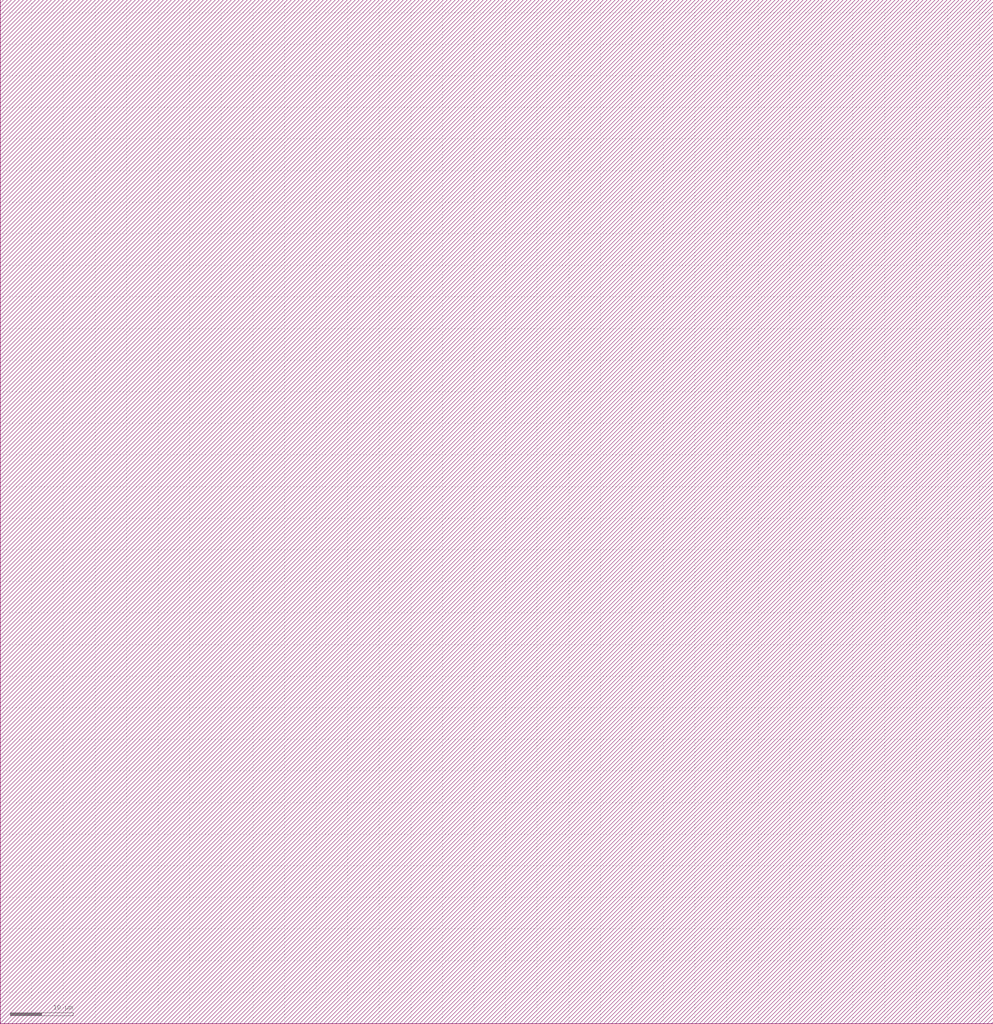
<source format=lef>
VERSION 5.6 ;

BUSBITCHARS "[]" ;

DIVIDERCHAR "/" ;

UNITS
    DATABASE MICRONS 1000 ;
END UNITS

MANUFACTURINGGRID 0.005000 ; 

CLEARANCEMEASURE EUCLIDEAN ; 

USEMINSPACING OBS ON ; 

SITE CoreSite
    CLASS CORE ;
    SIZE 0.600000 BY 0.300000 ;
END CoreSite

LAYER li
   TYPE ROUTING ;
   DIRECTION VERTICAL ;
   MINWIDTH 0.300000 ;
   AREA 0.056250 ;
   WIDTH 0.300000 ;
   SPACINGTABLE
      PARALLELRUNLENGTH 0.0
      WIDTH 0.0 0.225000 ;
   PITCH 0.600000 0.600000 ;
END li

LAYER mcon
    TYPE CUT ;
    SPACING 0.225000 ;
    WIDTH 0.300000 ;
    ENCLOSURE ABOVE 0.075000 0.075000 ;
    ENCLOSURE BELOW 0.000000 0.000000 ;
END mcon

LAYER met1
   TYPE ROUTING ;
   DIRECTION HORIZONTAL ;
   MINWIDTH 0.150000 ;
   AREA 0.084375 ;
   WIDTH 0.150000 ;
   SPACINGTABLE
      PARALLELRUNLENGTH 0.0
      WIDTH 0.0 0.150000 ;
   PITCH 0.300000 0.300000 ;
END met1

LAYER v1
    TYPE CUT ;
    SPACING 0.075000 ;
    WIDTH 0.300000 ;
    ENCLOSURE ABOVE 0.075000 0.075000 ;
    ENCLOSURE BELOW 0.075000 0.075000 ;
END v1

LAYER met2
   TYPE ROUTING ;
   DIRECTION VERTICAL ;
   MINWIDTH 0.150000 ;
   AREA 0.073125 ;
   WIDTH 0.150000 ;
   SPACINGTABLE
      PARALLELRUNLENGTH 0.0
      WIDTH 0.0 0.150000 ;
   PITCH 0.300000 0.300000 ;
END met2

LAYER v2
    TYPE CUT ;
    SPACING 0.150000 ;
    WIDTH 0.300000 ;
    ENCLOSURE ABOVE 0.075000 0.075000 ;
    ENCLOSURE BELOW 0.075000 0.000000 ;
END v2

LAYER met3
   TYPE ROUTING ;
   DIRECTION HORIZONTAL ;
   MINWIDTH 0.300000 ;
   AREA 0.241875 ;
   WIDTH 0.300000 ;
   SPACINGTABLE
      PARALLELRUNLENGTH 0.0
      WIDTH 0.0 0.300000 ;
   PITCH 0.600000 0.600000 ;
END met3

LAYER v3
    TYPE CUT ;
    SPACING 0.150000 ;
    WIDTH 0.450000 ;
    ENCLOSURE ABOVE 0.075000 0.075000 ;
    ENCLOSURE BELOW 0.075000 0.000000 ;
END v3

LAYER met4
   TYPE ROUTING ;
   DIRECTION VERTICAL ;
   MINWIDTH 0.300000 ;
   AREA 0.241875 ;
   WIDTH 0.300000 ;
   SPACINGTABLE
      PARALLELRUNLENGTH 0.0
      WIDTH 0.0 0.300000 ;
   PITCH 0.600000 0.600000 ;
END met4

LAYER v4
    TYPE CUT ;
    SPACING 0.450000 ;
    WIDTH 1.200000 ;
    ENCLOSURE ABOVE 0.150000 0.150000 ;
    ENCLOSURE BELOW 0.000000 0.000000 ;
END v4

LAYER met5
   TYPE ROUTING ;
   DIRECTION HORIZONTAL ;
   MINWIDTH 1.650000 ;
   AREA 4.005000 ;
   WIDTH 1.650000 ;
   SPACINGTABLE
      PARALLELRUNLENGTH 0.0
      WIDTH 0.0 1.650000 ;
   PITCH 3.300000 3.300000 ;
END met5

LAYER OVERLAP
   TYPE OVERLAP ;
END OVERLAP

VIA mcon_C DEFAULT
   LAYER li ;
     RECT -0.150000 -0.150000 0.150000 0.150000 ;
   LAYER mcon ;
     RECT -0.150000 -0.150000 0.150000 0.150000 ;
   LAYER met1 ;
     RECT -0.225000 -0.225000 0.225000 0.225000 ;
END mcon_C

VIA v1_C DEFAULT
   LAYER met1 ;
     RECT -0.225000 -0.225000 0.225000 0.225000 ;
   LAYER v1 ;
     RECT -0.150000 -0.150000 0.150000 0.150000 ;
   LAYER met2 ;
     RECT -0.225000 -0.225000 0.225000 0.225000 ;
END v1_C

VIA v2_C DEFAULT
   LAYER met2 ;
     RECT -0.150000 -0.225000 0.150000 0.225000 ;
   LAYER v2 ;
     RECT -0.150000 -0.150000 0.150000 0.150000 ;
   LAYER met3 ;
     RECT -0.225000 -0.225000 0.225000 0.225000 ;
END v2_C

VIA v2_Ch
   LAYER met2 ;
     RECT -0.225000 -0.150000 0.225000 0.150000 ;
   LAYER v2 ;
     RECT -0.150000 -0.150000 0.150000 0.150000 ;
   LAYER met3 ;
     RECT -0.225000 -0.225000 0.225000 0.225000 ;
END v2_Ch

VIA v2_Cv
   LAYER met2 ;
     RECT -0.150000 -0.225000 0.150000 0.225000 ;
   LAYER v2 ;
     RECT -0.150000 -0.150000 0.150000 0.150000 ;
   LAYER met3 ;
     RECT -0.225000 -0.225000 0.225000 0.225000 ;
END v2_Cv

VIA v3_C DEFAULT
   LAYER met3 ;
     RECT -0.300000 -0.225000 0.300000 0.225000 ;
   LAYER v3 ;
     RECT -0.225000 -0.225000 0.225000 0.225000 ;
   LAYER met4 ;
     RECT -0.300000 -0.300000 0.300000 0.300000 ;
END v3_C

VIA v3_Ch
   LAYER met3 ;
     RECT -0.300000 -0.225000 0.300000 0.225000 ;
   LAYER v3 ;
     RECT -0.225000 -0.225000 0.225000 0.225000 ;
   LAYER met4 ;
     RECT -0.300000 -0.300000 0.300000 0.300000 ;
END v3_Ch

VIA v3_Cv
   LAYER met3 ;
     RECT -0.300000 -0.225000 0.300000 0.225000 ;
   LAYER v3 ;
     RECT -0.225000 -0.225000 0.225000 0.225000 ;
   LAYER met4 ;
     RECT -0.300000 -0.300000 0.300000 0.300000 ;
END v3_Cv

VIA v4_C DEFAULT
   LAYER met4 ;
     RECT -0.600000 -0.600000 0.600000 0.600000 ;
   LAYER v4 ;
     RECT -0.600000 -0.600000 0.600000 0.600000 ;
   LAYER met5 ;
     RECT -0.750000 -0.750000 0.750000 0.750000 ;
END v4_C

MACRO _0_0std_0_0cells_0_0NOR2X1
    CLASS CORE ;
    FOREIGN _0_0std_0_0cells_0_0NOR2X1 0.000000 0.000000 ;
    ORIGIN 0.000000 0.000000 ;
    SIZE 3.000000 BY 3.900000 ;
    SYMMETRY X Y ;
    SITE CoreSite ;
    PIN A
        DIRECTION INPUT ;
        USE SIGNAL ;
        PORT
        LAYER li ;
        RECT 0.300000 3.300000 0.600000 3.600000 ;
        RECT 0.375000 3.225000 0.600000 3.300000 ;
        RECT 0.375000 3.000000 0.825000 3.225000 ;
        RECT 0.825000 3.000000 1.050000 3.225000 ;
        RECT 1.050000 3.000000 1.125000 3.225000 ;
        END
        ANTENNAGATEAREA 0.236250 ;
    END A
    PIN B
        DIRECTION INPUT ;
        USE SIGNAL ;
        PORT
        LAYER li ;
        RECT 1.500000 3.000000 1.575000 3.225000 ;
        RECT 1.575000 3.000000 1.800000 3.225000 ;
        RECT 1.800000 3.000000 2.700000 3.225000 ;
        RECT 2.400000 3.225000 2.700000 3.300000 ;
        END
        ANTENNAGATEAREA 0.236250 ;
    END B
    PIN Y
        DIRECTION OUTPUT ;
        USE SIGNAL ;
        PORT
        LAYER li ;
        RECT 1.200000 1.500000 1.725000 1.725000 ;
        RECT 1.200000 0.825000 1.425000 1.500000 ;
        RECT 1.200000 0.600000 1.425000 0.825000 ;
        RECT 1.200000 0.525000 1.425000 0.600000 ;
        RECT 1.725000 1.500000 1.950000 1.725000 ;
        RECT 1.950000 1.500000 2.700000 1.725000 ;
        RECT 2.400000 1.725000 2.700000 1.800000 ;
        END
        ANTENNADIFFAREA 0.590625 ;
    END Y
    PIN Vdd
        DIRECTION INPUT ;
        USE POWER ;
        PORT
        LAYER li ;
        RECT 0.675000 2.475000 0.900000 2.550000 ;
        RECT 0.675000 2.250000 0.900000 2.475000 ;
        RECT 0.675000 2.175000 0.900000 2.250000 ;
        LAYER mcon ;
        RECT 0.675000 2.250000 0.900000 2.475000 ;
        LAYER met1 ;
        RECT 0.600000 2.475000 0.975000 2.550000 ;
        RECT 0.600000 2.250000 0.675000 2.475000 ;
        RECT 0.600000 2.175000 0.975000 2.250000 ;
        RECT 0.675000 2.250000 0.900000 2.475000 ;
        RECT 0.900000 2.250000 0.975000 2.475000 ;
        END
        ANTENNADIFFAREA 0.421875 ;
    END Vdd
    PIN GND
        DIRECTION INPUT ;
        USE GROUND ;
        PORT
        LAYER li ;
        RECT 0.675000 0.750000 0.900000 0.825000 ;
        RECT 0.675000 0.525000 0.900000 0.750000 ;
        RECT 0.675000 0.450000 0.900000 0.525000 ;
        RECT 1.725000 0.450000 1.950000 0.525000 ;
        RECT 1.725000 0.525000 1.950000 0.750000 ;
        RECT 1.725000 0.750000 1.950000 0.825000 ;
        LAYER mcon ;
        RECT 0.675000 0.525000 0.900000 0.750000 ;
        RECT 1.725000 0.525000 1.950000 0.750000 ;
        LAYER met1 ;
        RECT 0.600000 0.750000 2.025000 0.825000 ;
        RECT 0.600000 0.525000 0.675000 0.750000 ;
        RECT 0.600000 0.450000 2.025000 0.525000 ;
        RECT 0.675000 0.525000 0.900000 0.750000 ;
        RECT 0.900000 0.525000 1.725000 0.750000 ;
        RECT 1.725000 0.525000 1.950000 0.750000 ;
        RECT 1.950000 0.525000 2.025000 0.750000 ;
        END
        ANTENNADIFFAREA 0.337500 ;
    END GND
END _0_0std_0_0cells_0_0NOR2X1

MACRO welltap_svt
    CLASS CORE WELLTAP ;
    FOREIGN welltap_svt 0.000000 0.000000 ;
    ORIGIN 0.000000 0.000000 ;
    SIZE 1.200000 BY 2.100000 ;
    SYMMETRY X Y ;
    SITE CoreSite ;
    PIN Vdd
        DIRECTION INPUT ;
        USE POWER ;
        PORT
        LAYER li ;
        RECT 0.525000 1.725000 0.900000 1.800000 ;
        RECT 0.525000 1.500000 0.600000 1.725000 ;
        RECT 0.525000 1.425000 0.900000 1.500000 ;
        RECT 0.600000 1.500000 0.825000 1.725000 ;
        RECT 0.825000 1.500000 0.900000 1.725000 ;
        LAYER mcon ;
        RECT 0.600000 1.500000 0.825000 1.725000 ;
        LAYER met1 ;
        RECT 0.525000 1.725000 0.900000 1.800000 ;
        RECT 0.525000 1.500000 0.600000 1.725000 ;
        RECT 0.525000 1.425000 0.900000 1.500000 ;
        RECT 0.600000 1.500000 0.825000 1.725000 ;
        RECT 0.825000 1.500000 0.900000 1.725000 ;
        END
    END Vdd
    PIN GND
        DIRECTION INPUT ;
        USE GROUND ;
        PORT
        LAYER li ;
        RECT 0.525000 0.525000 0.900000 0.600000 ;
        RECT 0.525000 0.300000 0.600000 0.525000 ;
        RECT 0.525000 0.225000 0.900000 0.300000 ;
        RECT 0.600000 0.300000 0.825000 0.525000 ;
        RECT 0.825000 0.300000 0.900000 0.525000 ;
        LAYER mcon ;
        RECT 0.600000 0.300000 0.825000 0.525000 ;
        LAYER met1 ;
        RECT 0.525000 0.525000 0.900000 0.600000 ;
        RECT 0.525000 0.300000 0.600000 0.525000 ;
        RECT 0.525000 0.225000 0.900000 0.300000 ;
        RECT 0.600000 0.300000 0.825000 0.525000 ;
        RECT 0.825000 0.300000 0.900000 0.525000 ;
        END
    END GND
END welltap_svt

MACRO circuitppnp
   CLASS CORE ;
   FOREIGN circuitppnp 0.000000 0.000000 ;
   ORIGIN 0.000000 0.000000 ; 
   SIZE 157.200000 BY 162.000000 ; 
   SYMMETRY X Y ;
   SITE CoreSite ;
END circuitppnp

MACRO circuitwell
   CLASS CORE ;
   FOREIGN circuitwell 0.000000 0.000000 ;
   ORIGIN 0.000000 0.000000 ; 
   SIZE 157.200000 BY 162.000000 ; 
   SYMMETRY X Y ;
   SITE CoreSite ;
END circuitwell


</source>
